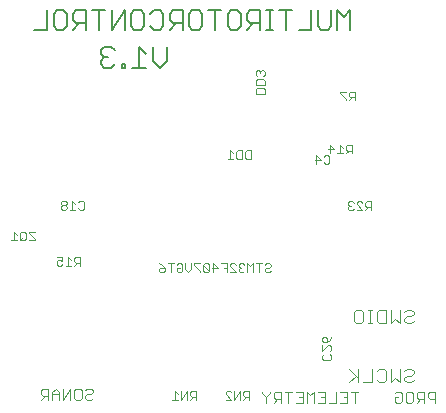
<source format=gbo>
G75*
G70*
%OFA0B0*%
%FSLAX24Y24*%
%IPPOS*%
%LPD*%
%AMOC8*
5,1,8,0,0,1.08239X$1,22.5*
%
%ADD10C,0.0030*%
%ADD11C,0.0060*%
%ADD12C,0.0040*%
D10*
X004073Y003978D02*
X004197Y004101D01*
X004135Y004101D02*
X004320Y004101D01*
X004320Y003978D02*
X004320Y004348D01*
X004135Y004348D01*
X004073Y004286D01*
X004073Y004163D01*
X004135Y004101D01*
X004442Y004163D02*
X004689Y004163D01*
X004689Y004224D02*
X004565Y004348D01*
X004442Y004224D01*
X004442Y003978D01*
X004689Y003978D02*
X004689Y004224D01*
X004810Y004348D02*
X004810Y003978D01*
X005057Y004348D01*
X005057Y003978D01*
X005178Y004039D02*
X005178Y004286D01*
X005240Y004348D01*
X005363Y004348D01*
X005425Y004286D01*
X005425Y004039D01*
X005363Y003978D01*
X005240Y003978D01*
X005178Y004039D01*
X005547Y004039D02*
X005608Y003978D01*
X005732Y003978D01*
X005793Y004039D01*
X005732Y004163D02*
X005608Y004163D01*
X005547Y004101D01*
X005547Y004039D01*
X005732Y004163D02*
X005793Y004224D01*
X005793Y004286D01*
X005732Y004348D01*
X005608Y004348D01*
X005547Y004286D01*
X008456Y003983D02*
X008649Y003983D01*
X008553Y003983D02*
X008553Y004274D01*
X008649Y004177D01*
X008750Y004274D02*
X008750Y003983D01*
X008944Y004274D01*
X008944Y003983D01*
X009045Y003983D02*
X009142Y004080D01*
X009093Y004080D02*
X009239Y004080D01*
X009239Y003983D02*
X009239Y004274D01*
X009093Y004274D01*
X009045Y004225D01*
X009045Y004128D01*
X009093Y004080D01*
X010226Y004176D02*
X010226Y004225D01*
X010275Y004273D01*
X010371Y004273D01*
X010420Y004225D01*
X010521Y004273D02*
X010521Y003983D01*
X010714Y004273D01*
X010714Y003983D01*
X010816Y003983D02*
X010912Y004080D01*
X010864Y004080D02*
X011009Y004080D01*
X011009Y003983D02*
X011009Y004273D01*
X010864Y004273D01*
X010816Y004225D01*
X010816Y004128D01*
X010864Y004080D01*
X010420Y003983D02*
X010226Y004176D01*
X010226Y003983D02*
X010420Y003983D01*
X011457Y004187D02*
X011457Y004249D01*
X011457Y004187D02*
X011581Y004064D01*
X011581Y003879D01*
X011581Y004064D02*
X011704Y004187D01*
X011704Y004249D01*
X011826Y004187D02*
X011826Y004064D01*
X011887Y004002D01*
X012073Y004002D01*
X012073Y003879D02*
X012073Y004249D01*
X011887Y004249D01*
X011826Y004187D01*
X011949Y004002D02*
X011826Y003879D01*
X012317Y003879D02*
X012317Y004249D01*
X012194Y004249D02*
X012441Y004249D01*
X012562Y004249D02*
X012809Y004249D01*
X012809Y003879D01*
X012562Y003879D01*
X012686Y004064D02*
X012809Y004064D01*
X012931Y004249D02*
X012931Y003879D01*
X013054Y004126D02*
X012931Y004249D01*
X013054Y004126D02*
X013177Y004249D01*
X013177Y003879D01*
X013299Y003879D02*
X013546Y003879D01*
X013546Y004249D01*
X013299Y004249D01*
X013422Y004064D02*
X013546Y004064D01*
X013667Y003879D02*
X013914Y003879D01*
X013914Y004249D01*
X014036Y004249D02*
X014282Y004249D01*
X014282Y003879D01*
X014036Y003879D01*
X014159Y004064D02*
X014282Y004064D01*
X014404Y004249D02*
X014651Y004249D01*
X014527Y004249D02*
X014527Y003879D01*
X015858Y003943D02*
X015858Y004066D01*
X015982Y004066D01*
X016105Y003943D02*
X016043Y003881D01*
X015920Y003881D01*
X015858Y003943D01*
X015858Y004190D02*
X015920Y004252D01*
X016043Y004252D01*
X016105Y004190D01*
X016105Y003943D01*
X016227Y003943D02*
X016227Y004190D01*
X016288Y004252D01*
X016412Y004252D01*
X016474Y004190D01*
X016474Y003943D01*
X016412Y003881D01*
X016288Y003881D01*
X016227Y003943D01*
X016595Y003881D02*
X016718Y004005D01*
X016657Y004005D02*
X016842Y004005D01*
X016842Y003881D02*
X016842Y004252D01*
X016657Y004252D01*
X016595Y004190D01*
X016595Y004066D01*
X016657Y004005D01*
X016963Y004066D02*
X016963Y004190D01*
X017025Y004252D01*
X017210Y004252D01*
X017210Y003881D01*
X017210Y004005D02*
X017025Y004005D01*
X016963Y004066D01*
X013746Y005347D02*
X013698Y005299D01*
X013504Y005299D01*
X013456Y005347D01*
X013456Y005444D01*
X013504Y005492D01*
X013456Y005593D02*
X013649Y005787D01*
X013698Y005787D01*
X013746Y005739D01*
X013746Y005642D01*
X013698Y005593D01*
X013698Y005492D02*
X013746Y005444D01*
X013746Y005347D01*
X013456Y005593D02*
X013456Y005787D01*
X013504Y005888D02*
X013456Y005936D01*
X013456Y006033D01*
X013504Y006082D01*
X013553Y006082D01*
X013601Y006033D01*
X013601Y005888D01*
X013504Y005888D01*
X013601Y005888D02*
X013698Y005985D01*
X013746Y006082D01*
X011688Y008231D02*
X011591Y008231D01*
X011543Y008280D01*
X011543Y008328D01*
X011591Y008376D01*
X011688Y008376D01*
X011736Y008425D01*
X011736Y008473D01*
X011688Y008521D01*
X011591Y008521D01*
X011543Y008473D01*
X011442Y008521D02*
X011248Y008521D01*
X011345Y008521D02*
X011345Y008231D01*
X011147Y008231D02*
X011147Y008521D01*
X011050Y008425D01*
X010954Y008521D01*
X010954Y008231D01*
X010852Y008280D02*
X010804Y008231D01*
X010707Y008231D01*
X010659Y008280D01*
X010659Y008328D01*
X010707Y008376D01*
X010756Y008376D01*
X010707Y008376D02*
X010659Y008425D01*
X010659Y008473D01*
X010707Y008521D01*
X010804Y008521D01*
X010852Y008473D01*
X010558Y008473D02*
X010509Y008521D01*
X010413Y008521D01*
X010364Y008473D01*
X010364Y008425D01*
X010558Y008231D01*
X010364Y008231D01*
X010263Y008231D02*
X010263Y008521D01*
X010070Y008521D01*
X010166Y008376D02*
X010263Y008376D01*
X009968Y008376D02*
X009775Y008376D01*
X009674Y008280D02*
X009674Y008473D01*
X009625Y008521D01*
X009529Y008521D01*
X009480Y008473D01*
X009674Y008280D01*
X009625Y008231D01*
X009529Y008231D01*
X009480Y008280D01*
X009480Y008473D01*
X009379Y008521D02*
X009186Y008521D01*
X009186Y008473D01*
X009379Y008280D01*
X009379Y008231D01*
X009084Y008328D02*
X008988Y008231D01*
X008891Y008328D01*
X008891Y008521D01*
X008790Y008473D02*
X008790Y008280D01*
X008741Y008231D01*
X008645Y008231D01*
X008596Y008280D01*
X008596Y008376D01*
X008693Y008376D01*
X008596Y008473D02*
X008645Y008521D01*
X008741Y008521D01*
X008790Y008473D01*
X009084Y008521D02*
X009084Y008328D01*
X008495Y008521D02*
X008302Y008521D01*
X008398Y008521D02*
X008398Y008231D01*
X008200Y008280D02*
X008152Y008231D01*
X008055Y008231D01*
X008007Y008280D01*
X008007Y008328D01*
X008055Y008376D01*
X008200Y008376D01*
X008200Y008280D01*
X008200Y008376D02*
X008104Y008473D01*
X008007Y008521D01*
X009823Y008521D02*
X009968Y008376D01*
X009823Y008231D02*
X009823Y008521D01*
X011688Y008231D02*
X011736Y008280D01*
X014301Y010348D02*
X014350Y010300D01*
X014446Y010300D01*
X014495Y010348D01*
X014596Y010300D02*
X014789Y010300D01*
X014596Y010494D01*
X014596Y010542D01*
X014644Y010590D01*
X014741Y010590D01*
X014789Y010542D01*
X014890Y010542D02*
X014890Y010445D01*
X014939Y010397D01*
X015084Y010397D01*
X014987Y010397D02*
X014890Y010300D01*
X015084Y010300D02*
X015084Y010590D01*
X014939Y010590D01*
X014890Y010542D01*
X014495Y010542D02*
X014446Y010590D01*
X014350Y010590D01*
X014301Y010542D01*
X014301Y010494D01*
X014350Y010445D01*
X014301Y010397D01*
X014301Y010348D01*
X014350Y010445D02*
X014398Y010445D01*
X013639Y011840D02*
X013543Y011840D01*
X013494Y011889D01*
X013393Y011985D02*
X013200Y011985D01*
X013248Y011840D02*
X013248Y012131D01*
X013393Y011985D01*
X013494Y012082D02*
X013543Y012131D01*
X013639Y012131D01*
X013688Y012082D01*
X013688Y011889D01*
X013639Y011840D01*
X013701Y012187D02*
X013701Y012477D01*
X013846Y012332D01*
X013652Y012332D01*
X013947Y012187D02*
X014141Y012187D01*
X014044Y012187D02*
X014044Y012477D01*
X014141Y012381D01*
X014242Y012429D02*
X014290Y012477D01*
X014435Y012477D01*
X014435Y012187D01*
X014435Y012284D02*
X014290Y012284D01*
X014242Y012332D01*
X014242Y012429D01*
X014338Y012284D02*
X014242Y012187D01*
X014240Y013960D02*
X014240Y014008D01*
X014047Y014202D01*
X014047Y014250D01*
X014240Y014250D01*
X014342Y014202D02*
X014342Y014105D01*
X014390Y014057D01*
X014535Y014057D01*
X014438Y014057D02*
X014342Y013960D01*
X014535Y013960D02*
X014535Y014250D01*
X014390Y014250D01*
X014342Y014202D01*
X011532Y014174D02*
X011532Y014319D01*
X011483Y014368D01*
X011290Y014368D01*
X011241Y014319D01*
X011241Y014174D01*
X011532Y014174D01*
X011532Y014469D02*
X011241Y014469D01*
X011241Y014614D01*
X011290Y014662D01*
X011483Y014662D01*
X011532Y014614D01*
X011532Y014469D01*
X011483Y014763D02*
X011532Y014812D01*
X011532Y014908D01*
X011483Y014957D01*
X011435Y014957D01*
X011386Y014908D01*
X011338Y014957D01*
X011290Y014957D01*
X011241Y014908D01*
X011241Y014812D01*
X011290Y014763D01*
X011386Y014860D02*
X011386Y014908D01*
X011074Y012290D02*
X010929Y012290D01*
X010881Y012241D01*
X010881Y012048D01*
X010929Y012000D01*
X011074Y012000D01*
X011074Y012290D01*
X010780Y012290D02*
X010780Y012000D01*
X010635Y012000D01*
X010586Y012048D01*
X010586Y012241D01*
X010635Y012290D01*
X010780Y012290D01*
X010485Y012193D02*
X010388Y012290D01*
X010388Y012000D01*
X010292Y012000D02*
X010485Y012000D01*
X005514Y010553D02*
X005514Y010360D01*
X005466Y010311D01*
X005369Y010311D01*
X005321Y010360D01*
X005219Y010311D02*
X005026Y010311D01*
X005123Y010311D02*
X005123Y010602D01*
X005219Y010505D01*
X005321Y010553D02*
X005369Y010602D01*
X005466Y010602D01*
X005514Y010553D01*
X004925Y010553D02*
X004925Y010505D01*
X004876Y010456D01*
X004780Y010456D01*
X004731Y010408D01*
X004731Y010360D01*
X004780Y010311D01*
X004876Y010311D01*
X004925Y010360D01*
X004925Y010408D01*
X004876Y010456D01*
X004780Y010456D02*
X004731Y010505D01*
X004731Y010553D01*
X004780Y010602D01*
X004876Y010602D01*
X004925Y010553D01*
X003859Y009580D02*
X003666Y009580D01*
X003666Y009531D01*
X003859Y009338D01*
X003859Y009290D01*
X003666Y009290D01*
X003565Y009338D02*
X003565Y009531D01*
X003516Y009580D01*
X003420Y009580D01*
X003371Y009531D01*
X003371Y009338D01*
X003420Y009290D01*
X003516Y009290D01*
X003565Y009338D01*
X003468Y009386D02*
X003371Y009290D01*
X003270Y009290D02*
X003077Y009290D01*
X003173Y009290D02*
X003173Y009580D01*
X003270Y009483D01*
X004598Y008737D02*
X004791Y008737D01*
X004791Y008592D01*
X004694Y008641D01*
X004646Y008641D01*
X004598Y008592D01*
X004598Y008495D01*
X004646Y008447D01*
X004743Y008447D01*
X004791Y008495D01*
X004892Y008447D02*
X005086Y008447D01*
X004989Y008447D02*
X004989Y008737D01*
X005086Y008641D01*
X005187Y008689D02*
X005187Y008592D01*
X005235Y008544D01*
X005380Y008544D01*
X005284Y008544D02*
X005187Y008447D01*
X005380Y008447D02*
X005380Y008737D01*
X005235Y008737D01*
X005187Y008689D01*
D11*
X006177Y015037D02*
X006410Y015037D01*
X006527Y015154D01*
X006760Y015154D02*
X006760Y015037D01*
X006877Y015037D01*
X006877Y015154D01*
X006760Y015154D01*
X007110Y015037D02*
X007577Y015037D01*
X007343Y015037D02*
X007343Y015738D01*
X007577Y015505D01*
X007809Y015738D02*
X007809Y015271D01*
X008043Y015037D01*
X008276Y015271D01*
X008276Y015738D01*
X008366Y016317D02*
X008579Y016531D01*
X008472Y016531D02*
X008366Y016637D01*
X008366Y016851D01*
X008472Y016958D01*
X008793Y016958D01*
X008793Y016317D01*
X008793Y016531D02*
X008472Y016531D01*
X008148Y016424D02*
X008041Y016317D01*
X007828Y016317D01*
X007721Y016424D01*
X007504Y016424D02*
X007397Y016317D01*
X007183Y016317D01*
X007077Y016424D01*
X007077Y016851D01*
X007183Y016958D01*
X007397Y016958D01*
X007504Y016851D01*
X007504Y016424D01*
X007721Y016851D02*
X007828Y016958D01*
X008041Y016958D01*
X008148Y016851D01*
X008148Y016424D01*
X009010Y016424D02*
X009117Y016317D01*
X009330Y016317D01*
X009437Y016424D01*
X009437Y016851D01*
X009330Y016958D01*
X009117Y016958D01*
X009010Y016851D01*
X009010Y016424D01*
X009655Y016958D02*
X010082Y016958D01*
X009868Y016958D02*
X009868Y016317D01*
X010299Y016424D02*
X010406Y016317D01*
X010620Y016317D01*
X010726Y016424D01*
X010726Y016851D01*
X010620Y016958D01*
X010406Y016958D01*
X010299Y016851D01*
X010299Y016424D01*
X010944Y016317D02*
X011157Y016531D01*
X011051Y016531D02*
X011371Y016531D01*
X011371Y016317D02*
X011371Y016958D01*
X011051Y016958D01*
X010944Y016851D01*
X010944Y016637D01*
X011051Y016531D01*
X011587Y016317D02*
X011801Y016317D01*
X011694Y016317D02*
X011694Y016958D01*
X011801Y016958D02*
X011587Y016958D01*
X012018Y016958D02*
X012445Y016958D01*
X012232Y016958D02*
X012232Y016317D01*
X012663Y016317D02*
X013090Y016317D01*
X013090Y016958D01*
X013307Y016958D02*
X013307Y016424D01*
X013414Y016317D01*
X013627Y016317D01*
X013734Y016424D01*
X013734Y016958D01*
X013952Y016958D02*
X013952Y016317D01*
X014379Y016317D02*
X014379Y016958D01*
X014165Y016744D01*
X013952Y016958D01*
X006859Y016958D02*
X006859Y016317D01*
X006432Y016317D02*
X006432Y016958D01*
X006214Y016958D02*
X005787Y016958D01*
X006001Y016958D02*
X006001Y016317D01*
X006432Y016317D02*
X006859Y016958D01*
X006410Y015738D02*
X006177Y015738D01*
X006060Y015621D01*
X006060Y015505D01*
X006177Y015388D01*
X006060Y015271D01*
X006060Y015154D01*
X006177Y015037D01*
X006177Y015388D02*
X006293Y015388D01*
X006527Y015621D02*
X006410Y015738D01*
X005570Y016317D02*
X005570Y016958D01*
X005250Y016958D01*
X005143Y016851D01*
X005143Y016637D01*
X005250Y016531D01*
X005570Y016531D01*
X005356Y016531D02*
X005143Y016317D01*
X004925Y016424D02*
X004819Y016317D01*
X004605Y016317D01*
X004498Y016424D01*
X004498Y016851D01*
X004605Y016958D01*
X004819Y016958D01*
X004925Y016851D01*
X004925Y016424D01*
X004281Y016317D02*
X003854Y016317D01*
X004281Y016317D02*
X004281Y016958D01*
D12*
X014500Y006907D02*
X014500Y006600D01*
X014577Y006524D01*
X014730Y006524D01*
X014807Y006600D01*
X014807Y006907D01*
X014730Y006984D01*
X014577Y006984D01*
X014500Y006907D01*
X014960Y006984D02*
X015114Y006984D01*
X015037Y006984D02*
X015037Y006524D01*
X015114Y006524D02*
X014960Y006524D01*
X015267Y006600D02*
X015267Y006907D01*
X015344Y006984D01*
X015574Y006984D01*
X015574Y006524D01*
X015344Y006524D01*
X015267Y006600D01*
X015728Y006524D02*
X015728Y006984D01*
X016035Y006984D02*
X016035Y006524D01*
X015881Y006677D01*
X015728Y006524D01*
X016188Y006600D02*
X016265Y006524D01*
X016418Y006524D01*
X016495Y006600D01*
X016418Y006754D02*
X016265Y006754D01*
X016188Y006677D01*
X016188Y006600D01*
X016418Y006754D02*
X016495Y006830D01*
X016495Y006907D01*
X016418Y006984D01*
X016265Y006984D01*
X016188Y006907D01*
X016265Y005015D02*
X016418Y005015D01*
X016495Y004939D01*
X016495Y004862D01*
X016418Y004785D01*
X016265Y004785D01*
X016188Y004709D01*
X016188Y004632D01*
X016265Y004555D01*
X016418Y004555D01*
X016495Y004632D01*
X016188Y004939D02*
X016265Y005015D01*
X016035Y005015D02*
X016035Y004555D01*
X015881Y004709D01*
X015728Y004555D01*
X015728Y005015D01*
X015574Y004939D02*
X015574Y004632D01*
X015498Y004555D01*
X015344Y004555D01*
X015267Y004632D01*
X015114Y004555D02*
X014807Y004555D01*
X014653Y004555D02*
X014653Y005015D01*
X014577Y004785D02*
X014347Y004555D01*
X014653Y004709D02*
X014347Y005015D01*
X015114Y005015D02*
X015114Y004555D01*
X015267Y004939D02*
X015344Y005015D01*
X015498Y005015D01*
X015574Y004939D01*
M02*

</source>
